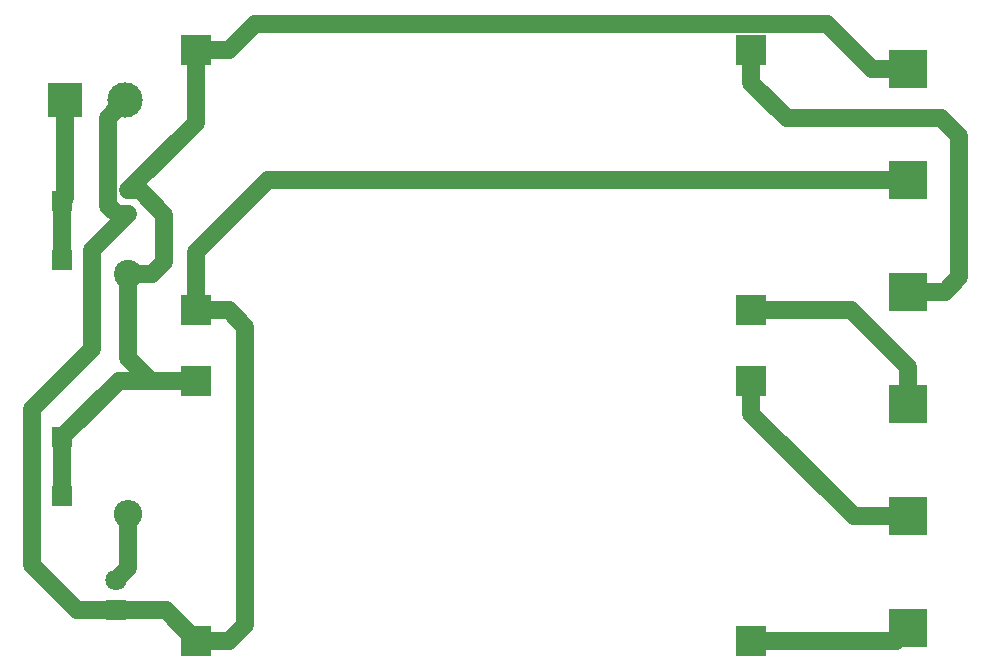
<source format=gbr>
G04 #@! TF.GenerationSoftware,KiCad,Pcbnew,(5.1.2)-2*
G04 #@! TF.CreationDate,2020-04-22T12:52:17+07:00*
G04 #@! TF.ProjectId,power_vedal,706f7765-725f-4766-9564-616c2e6b6963,rev?*
G04 #@! TF.SameCoordinates,Original*
G04 #@! TF.FileFunction,Copper,L2,Bot*
G04 #@! TF.FilePolarity,Positive*
%FSLAX46Y46*%
G04 Gerber Fmt 4.6, Leading zero omitted, Abs format (unit mm)*
G04 Created by KiCad (PCBNEW (5.1.2)-2) date 2020-04-22 12:52:17*
%MOMM*%
%LPD*%
G04 APERTURE LIST*
%ADD10C,1.400000*%
%ADD11R,1.800000X1.800000*%
%ADD12C,1.800000*%
%ADD13R,3.000000X3.000000*%
%ADD14C,3.000000*%
%ADD15R,2.500000X2.500000*%
%ADD16C,2.400000*%
%ADD17O,2.400000X2.400000*%
%ADD18R,3.200000X3.200000*%
%ADD19C,1.500000*%
G04 APERTURE END LIST*
D10*
X76962000Y-50800000D03*
X76962000Y-52800000D03*
D11*
X75946000Y-86360000D03*
D12*
X75946000Y-83820000D03*
D13*
X71628000Y-43180000D03*
D14*
X76708000Y-43180000D03*
D15*
X82706001Y-38922001D03*
X82706001Y-60922001D03*
X129706001Y-38922001D03*
X129706001Y-60922001D03*
X129706001Y-88962001D03*
X129706001Y-66962001D03*
X82706001Y-88962001D03*
X82706001Y-66962001D03*
D16*
X76962000Y-57912000D03*
D17*
X76962000Y-78232000D03*
D11*
X71374000Y-76708000D03*
X71374000Y-71708000D03*
X71374000Y-56708000D03*
X71374000Y-51708000D03*
D18*
X143002000Y-87884000D03*
X143002000Y-78384000D03*
X143002000Y-68884000D03*
X143002000Y-59384000D03*
X143002000Y-49884000D03*
X143002000Y-40484000D03*
D19*
X82706001Y-45055999D02*
X76962000Y-50800000D01*
X82706001Y-38922001D02*
X82706001Y-45055999D01*
X76962000Y-57912000D02*
X76962000Y-65024000D01*
X78900001Y-66962001D02*
X82706001Y-66962001D01*
X76962000Y-65024000D02*
X78900001Y-66962001D01*
X77951949Y-50800000D02*
X80010000Y-52858051D01*
X76962000Y-50800000D02*
X77951949Y-50800000D01*
X80010000Y-52858051D02*
X80010000Y-56896000D01*
X78994000Y-57912000D02*
X76962000Y-57912000D01*
X80010000Y-56896000D02*
X78994000Y-57912000D01*
X76119999Y-66962001D02*
X71374000Y-71708000D01*
X82706001Y-66962001D02*
X76119999Y-66962001D01*
X71374000Y-71708000D02*
X71374000Y-76708000D01*
X139902000Y-40484000D02*
X143002000Y-40484000D01*
X136140000Y-36722000D02*
X139902000Y-40484000D01*
X87656002Y-36722000D02*
X136140000Y-36722000D01*
X85456001Y-38922001D02*
X87656002Y-36722000D01*
X82706001Y-38922001D02*
X85456001Y-38922001D01*
X75972051Y-52800000D02*
X76962000Y-52800000D01*
X75261991Y-52089940D02*
X75972051Y-52800000D01*
X75261991Y-44626009D02*
X75261991Y-52089940D01*
X76708000Y-43180000D02*
X75261991Y-44626009D01*
X80104000Y-86360000D02*
X82706001Y-88962001D01*
X75946000Y-86360000D02*
X80104000Y-86360000D01*
X85456001Y-88962001D02*
X82706001Y-88962001D01*
X86868000Y-87550002D02*
X85456001Y-88962001D01*
X86868000Y-62334000D02*
X86868000Y-87550002D01*
X85456001Y-60922001D02*
X86868000Y-62334000D01*
X82706001Y-60922001D02*
X85456001Y-60922001D01*
X73914000Y-55848000D02*
X73914000Y-64262000D01*
X76962000Y-52800000D02*
X73914000Y-55848000D01*
X73914000Y-64262000D02*
X68834000Y-69342000D01*
X68834000Y-69342000D02*
X68834000Y-82550000D01*
X72644000Y-86360000D02*
X75946000Y-86360000D01*
X68834000Y-82550000D02*
X72644000Y-86360000D01*
X143002000Y-49884000D02*
X88800000Y-49884000D01*
X82706001Y-55977999D02*
X82706001Y-60922001D01*
X88800000Y-49884000D02*
X82706001Y-55977999D01*
X76962000Y-82804000D02*
X75946000Y-83820000D01*
X76962000Y-78232000D02*
X76962000Y-82804000D01*
X71628000Y-51454000D02*
X71374000Y-51708000D01*
X71628000Y-43180000D02*
X71628000Y-51454000D01*
X71374000Y-51708000D02*
X71374000Y-56708000D01*
X146102000Y-59384000D02*
X143002000Y-59384000D01*
X129706001Y-38922001D02*
X129706001Y-41672001D01*
X132738000Y-44704000D02*
X145796000Y-44704000D01*
X145796000Y-44704000D02*
X147320000Y-46228000D01*
X129706001Y-41672001D02*
X132738000Y-44704000D01*
X147320000Y-46228000D02*
X147320000Y-58166000D01*
X147320000Y-58166000D02*
X146102000Y-59384000D01*
X143002000Y-65784000D02*
X143002000Y-68884000D01*
X138140001Y-60922001D02*
X143002000Y-65784000D01*
X129706001Y-60922001D02*
X138140001Y-60922001D01*
X141923999Y-88962001D02*
X143002000Y-87884000D01*
X129706001Y-88962001D02*
X141923999Y-88962001D01*
X139902000Y-78384000D02*
X143002000Y-78384000D01*
X138378000Y-78384000D02*
X139902000Y-78384000D01*
X129706001Y-69712001D02*
X138378000Y-78384000D01*
X129706001Y-66962001D02*
X129706001Y-69712001D01*
M02*

</source>
